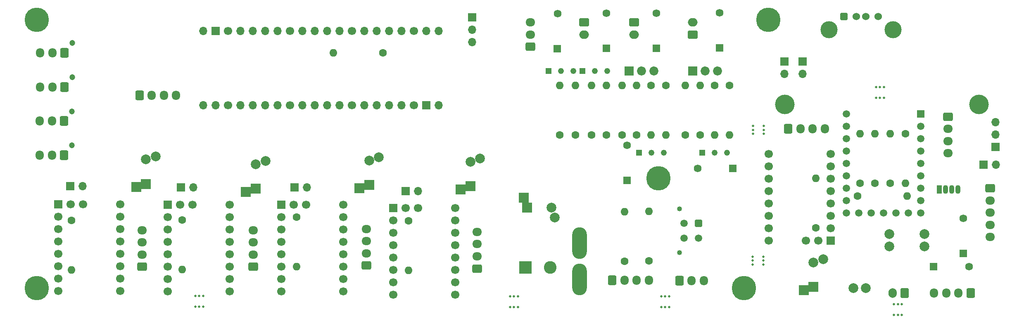
<source format=gbr>
%TF.GenerationSoftware,KiCad,Pcbnew,9.0.0*%
%TF.CreationDate,2025-05-04T19:05:18+10:00*%
%TF.ProjectId,CombinedMBTHB,436f6d62-696e-4656-944d-425448422e6b,rev?*%
%TF.SameCoordinates,Original*%
%TF.FileFunction,Soldermask,Bot*%
%TF.FilePolarity,Negative*%
%FSLAX46Y46*%
G04 Gerber Fmt 4.6, Leading zero omitted, Abs format (unit mm)*
G04 Created by KiCad (PCBNEW 9.0.0) date 2025-05-04 19:05:18*
%MOMM*%
%LPD*%
G01*
G04 APERTURE LIST*
G04 Aperture macros list*
%AMRoundRect*
0 Rectangle with rounded corners*
0 $1 Rounding radius*
0 $2 $3 $4 $5 $6 $7 $8 $9 X,Y pos of 4 corners*
0 Add a 4 corners polygon primitive as box body*
4,1,4,$2,$3,$4,$5,$6,$7,$8,$9,$2,$3,0*
0 Add four circle primitives for the rounded corners*
1,1,$1+$1,$2,$3*
1,1,$1+$1,$4,$5*
1,1,$1+$1,$6,$7*
1,1,$1+$1,$8,$9*
0 Add four rect primitives between the rounded corners*
20,1,$1+$1,$2,$3,$4,$5,0*
20,1,$1+$1,$4,$5,$6,$7,0*
20,1,$1+$1,$6,$7,$8,$9,0*
20,1,$1+$1,$8,$9,$2,$3,0*%
G04 Aperture macros list end*
%ADD10C,0.500000*%
%ADD11O,1.700000X1.950000*%
%ADD12RoundRect,0.250000X-0.600000X-0.725000X0.600000X-0.725000X0.600000X0.725000X-0.600000X0.725000X0*%
%ADD13O,1.070000X1.800000*%
%ADD14R,1.070000X1.800000*%
%ADD15O,1.950000X1.700000*%
%ADD16RoundRect,0.250000X-0.725000X0.600000X-0.725000X-0.600000X0.725000X-0.600000X0.725000X0.600000X0*%
%ADD17RoundRect,0.250000X0.600000X0.725000X-0.600000X0.725000X-0.600000X-0.725000X0.600000X-0.725000X0*%
%ADD18O,1.600000X1.600000*%
%ADD19C,1.600000*%
%ADD20C,1.508000*%
%ADD21R,1.508000X1.508000*%
%ADD22C,4.000000*%
%ADD23O,1.700000X2.000000*%
%ADD24RoundRect,0.250000X0.600000X0.750000X-0.600000X0.750000X-0.600000X-0.750000X0.600000X-0.750000X0*%
%ADD25C,2.000000*%
%ADD26O,1.700000X1.700000*%
%ADD27R,1.700000X1.700000*%
%ADD28R,2.000000X2.000000*%
%ADD29C,1.590000*%
%ADD30R,1.590000X1.590000*%
%ADD31C,1.700000*%
%ADD32RoundRect,0.250000X0.725000X-0.600000X0.725000X0.600000X-0.725000X0.600000X-0.725000X-0.600000X0*%
%ADD33C,5.000000*%
%ADD34O,3.000000X6.500000*%
%ADD35C,1.200000*%
%ADD36RoundRect,0.250000X-0.750000X0.600000X-0.750000X-0.600000X0.750000X-0.600000X0.750000X0.600000X0*%
%ADD37O,2.000000X1.700000*%
%ADD38C,1.020000*%
%ADD39RoundRect,0.250001X-0.499999X0.499999X-0.499999X-0.499999X0.499999X-0.499999X0.499999X0.499999X0*%
%ADD40C,1.500000*%
%ADD41R,1.228000X1.228000*%
%ADD42C,1.228000*%
%ADD43R,1.850000X1.850000*%
%ADD44C,1.850000*%
%ADD45RoundRect,0.250000X0.750000X-0.600000X0.750000X0.600000X-0.750000X0.600000X-0.750000X-0.600000X0*%
%ADD46R,2.600000X2.600000*%
%ADD47C,2.600000*%
%ADD48RoundRect,0.250000X-0.512000X-0.512000X0.512000X-0.512000X0.512000X0.512000X-0.512000X0.512000X0*%
%ADD49C,1.524000*%
%ADD50C,3.500000*%
G04 APERTURE END LIST*
D10*
%TO.C,mouse-bite-2.54mm-slot*%
X244900000Y-107300000D03*
X244900000Y-105100000D03*
X244100000Y-107300000D03*
X244100000Y-105100000D03*
X243300000Y-107300000D03*
X243300000Y-105100000D03*
%TD*%
%TO.C,mouse-bite-2.54mm-slot*%
X101700000Y-105600000D03*
X101700000Y-103400000D03*
X100900000Y-105600000D03*
X100900000Y-103400000D03*
X100100000Y-105600000D03*
X100100000Y-103400000D03*
%TD*%
%TO.C,mouse-bite-2.54mm-slot*%
X166200000Y-105700000D03*
X166200000Y-103500000D03*
X165400000Y-105700000D03*
X165400000Y-103500000D03*
X164600000Y-105700000D03*
X164600000Y-103500000D03*
%TD*%
%TO.C,mouse-bite-2.54mm-slot*%
X197200000Y-105700000D03*
X197200000Y-103500000D03*
X196400000Y-105700000D03*
X196400000Y-103500000D03*
X195600000Y-105700000D03*
X195600000Y-103500000D03*
%TD*%
%TO.C,mouse-bite-2.54mm-slot*%
X214300000Y-96900000D03*
X216500000Y-96900000D03*
X214300000Y-96100000D03*
X216500000Y-96100000D03*
X214300000Y-95300000D03*
X216500000Y-95300000D03*
%TD*%
%TO.C,mouse-bite-2.54mm-slot*%
X214400000Y-70100000D03*
X216600000Y-70100000D03*
X214400000Y-69300000D03*
X216600000Y-69300000D03*
X214400000Y-68500000D03*
X216600000Y-68500000D03*
%TD*%
%TO.C,mouse-bite-2.54mm-slot*%
X240400000Y-60500000D03*
X240400000Y-62700000D03*
X241200000Y-60500000D03*
X239600000Y-60500000D03*
X239600000Y-62700000D03*
X241200000Y-62700000D03*
%TD*%
D11*
%TO.C,EXM1*%
X229100000Y-69100000D03*
X226600000Y-69100000D03*
X224100000Y-69100000D03*
D12*
X221600000Y-69100000D03*
%TD*%
D13*
%TO.C,D1*%
X256370000Y-81550000D03*
X255100000Y-81550000D03*
X253830000Y-81550000D03*
D14*
X252560000Y-81550000D03*
%TD*%
D15*
%TO.C,J2*%
X254400000Y-74100000D03*
X254400000Y-71600000D03*
X254400000Y-69100000D03*
D16*
X254400000Y-66600000D03*
%TD*%
D11*
%TO.C,J9*%
X251500000Y-102800000D03*
X254000000Y-102800000D03*
X256500000Y-102800000D03*
D17*
X259000000Y-102800000D03*
%TD*%
D18*
%TO.C,R3*%
X245980000Y-82900000D03*
D19*
X235820000Y-82900000D03*
%TD*%
D18*
%TO.C,R1*%
X245600000Y-80280000D03*
D19*
X245600000Y-70120000D03*
%TD*%
D20*
%TO.C,RPZERO1*%
X233500000Y-66040000D03*
X233500000Y-68580000D03*
X233500000Y-71120000D03*
X233500000Y-73660000D03*
X233500000Y-76200000D03*
X233500000Y-78740000D03*
X233500000Y-81280000D03*
X233500000Y-83820000D03*
X233500000Y-86360000D03*
X236040000Y-86360000D03*
X238580000Y-86360000D03*
X241120000Y-86360000D03*
X243660000Y-86360000D03*
X246200000Y-86360000D03*
X248740000Y-86360000D03*
X248740000Y-83820000D03*
X248740000Y-81280000D03*
X248740000Y-78740000D03*
X248740000Y-76200000D03*
X248740000Y-73660000D03*
X248740000Y-71120000D03*
X248740000Y-68580000D03*
D21*
X248740000Y-66040000D03*
%TD*%
D22*
%TO.C,H2*%
X260700000Y-64050000D03*
%TD*%
D18*
%TO.C,R2*%
X242500000Y-70140000D03*
D19*
X242500000Y-80300000D03*
%TD*%
D23*
%TO.C,J1*%
X243000000Y-102800000D03*
D24*
X245500000Y-102800000D03*
%TD*%
D25*
%TO.C,J5*%
X234986107Y-101800000D03*
X237500707Y-101800000D03*
%TD*%
D15*
%TO.C,J8*%
X263000000Y-91300000D03*
X263000000Y-88800000D03*
X263000000Y-86300000D03*
X263000000Y-83800000D03*
D16*
X263000000Y-81300000D03*
%TD*%
D26*
%TO.C,J4*%
X264140000Y-76450000D03*
D27*
X261600000Y-76450000D03*
%TD*%
D18*
%TO.C,R6*%
X227250000Y-79220000D03*
D19*
X227250000Y-89380000D03*
%TD*%
D18*
%TO.C,R4*%
X239400000Y-70140000D03*
D19*
X239400000Y-80300000D03*
%TD*%
D25*
%TO.C,C2*%
X228800000Y-95827856D03*
X226800000Y-96500000D03*
D28*
X226800000Y-101500000D03*
X224800000Y-102172144D03*
%TD*%
D29*
%TO.C,D2*%
X258645500Y-97400000D03*
D30*
X251433500Y-97374600D03*
%TD*%
D25*
%TO.C,J6*%
X249500000Y-90700000D03*
X249500000Y-93214600D03*
%TD*%
D18*
%TO.C,R5*%
X236300000Y-70140000D03*
D19*
X236300000Y-80300000D03*
%TD*%
D25*
%TO.C,J7*%
X242300000Y-93214600D03*
X242300000Y-90700000D03*
%TD*%
D26*
%TO.C,J3*%
X264100000Y-67720000D03*
X264100000Y-70260000D03*
D27*
X264100000Y-72800000D03*
%TD*%
D22*
%TO.C,H1*%
X220950000Y-64050000D03*
%TD*%
D31*
%TO.C,M1*%
X225260707Y-92030000D03*
X227800707Y-92030000D03*
X217640707Y-92030000D03*
X217640707Y-89490000D03*
X217640707Y-86950000D03*
X217640707Y-84410000D03*
X217640707Y-81870000D03*
X217640707Y-79330000D03*
X217640707Y-76790000D03*
X217640707Y-74250000D03*
X230340707Y-74250000D03*
X230340707Y-76790000D03*
X230340707Y-79330000D03*
X230340707Y-81870000D03*
X230340707Y-84410000D03*
X230340707Y-86950000D03*
X230340707Y-89490000D03*
D27*
X230340707Y-92030000D03*
%TD*%
D29*
%TO.C,D3*%
X257525400Y-87468000D03*
D30*
X257500000Y-94680000D03*
%TD*%
D32*
%TO.C,J7*%
X168800000Y-52250000D03*
D15*
X168800000Y-49750000D03*
X168800000Y-47250000D03*
%TD*%
D32*
%TO.C,MotorConnector1*%
X157800000Y-97750000D03*
D15*
X157800000Y-95250000D03*
X157800000Y-92750000D03*
X157800000Y-90250000D03*
%TD*%
D30*
%TO.C,D5*%
X188550000Y-79680000D03*
D29*
X188575400Y-72468000D03*
%TD*%
D19*
%TO.C,R15*%
X97360000Y-87830000D03*
D18*
X97360000Y-97990000D03*
%TD*%
D27*
%TO.C,J16*%
X143195000Y-81910000D03*
D26*
X145735000Y-81910000D03*
%TD*%
D33*
%TO.C,H4*%
X217550000Y-46750000D03*
%TD*%
D30*
%TO.C,D4*%
X207550000Y-52500000D03*
D29*
X207575400Y-45288000D03*
%TD*%
D34*
%TO.C,F1*%
X178799999Y-92500000D03*
X178800000Y-100000000D03*
%TD*%
D19*
%TO.C,R17*%
X206550000Y-60170000D03*
D18*
X206550000Y-70330000D03*
%TD*%
D35*
%TO.C,J25*%
X74900000Y-58500000D03*
D17*
X73300000Y-60500000D03*
D11*
X70800000Y-60500000D03*
X68300000Y-60500000D03*
%TD*%
D19*
%TO.C,R19*%
X203550000Y-70330000D03*
D18*
X203550000Y-60170000D03*
%TD*%
D27*
%TO.C,J24*%
X97170000Y-81140000D03*
D26*
X99710000Y-81140000D03*
%TD*%
D36*
%TO.C,J6*%
X190050000Y-47250000D03*
D37*
X190050000Y-49750000D03*
%TD*%
D19*
%TO.C,R22*%
X190510000Y-70330000D03*
D18*
X190510000Y-60170000D03*
%TD*%
D19*
%TO.C,R24*%
X178000000Y-70330000D03*
D18*
X178000000Y-60170000D03*
%TD*%
D38*
%TO.C,J5*%
X199300000Y-85500000D03*
X199300000Y-94500000D03*
D39*
X203240000Y-88500000D03*
D40*
X203240000Y-91500000D03*
X200240000Y-88500000D03*
X200240000Y-91500000D03*
%TD*%
D30*
%TO.C,D3*%
X210230000Y-77250000D03*
D29*
X203018000Y-77224600D03*
%TD*%
D19*
%TO.C,R16*%
X209550000Y-60170000D03*
D18*
X209550000Y-70330000D03*
%TD*%
D30*
%TO.C,D1*%
X184300000Y-52616500D03*
D29*
X184325400Y-45404500D03*
%TD*%
D27*
%TO.C,M4*%
X94460000Y-84650000D03*
D31*
X94460000Y-87190000D03*
X94460000Y-89730000D03*
X94460000Y-92270000D03*
X94460000Y-94810000D03*
X94460000Y-97350000D03*
X94460000Y-99890000D03*
X94460000Y-102430000D03*
X107160000Y-102430000D03*
X107160000Y-99890000D03*
X107160000Y-97350000D03*
X107160000Y-94810000D03*
X107160000Y-92270000D03*
X107160000Y-89730000D03*
X107160000Y-87190000D03*
X107160000Y-84650000D03*
X97000000Y-84650000D03*
X99540000Y-84650000D03*
%TD*%
D27*
%TO.C,M1*%
X140620000Y-85300000D03*
D31*
X140620000Y-87840000D03*
X140620000Y-90380000D03*
X140620000Y-92920000D03*
X140620000Y-95460000D03*
X140620000Y-98000000D03*
X140620000Y-100540000D03*
X140620000Y-103080000D03*
X153320000Y-103080000D03*
X153320000Y-100540000D03*
X153320000Y-98000000D03*
X153320000Y-95460000D03*
X153320000Y-92920000D03*
X153320000Y-90380000D03*
X153320000Y-87840000D03*
X153320000Y-85300000D03*
X143160000Y-85300000D03*
X145700000Y-85300000D03*
%TD*%
D19*
%TO.C,R14*%
X120800000Y-87170000D03*
D18*
X120800000Y-97330000D03*
%TD*%
D19*
%TO.C,R13*%
X74660000Y-87910000D03*
D18*
X74660000Y-98070000D03*
%TD*%
D19*
%TO.C,R9*%
X138514000Y-53490000D03*
D18*
X128354000Y-53490000D03*
%TD*%
D28*
%TO.C,C3*%
X87960000Y-81062144D03*
X89960000Y-80390000D03*
D25*
X89960000Y-75390000D03*
X91960000Y-74717856D03*
%TD*%
D33*
%TO.C,H3*%
X67550000Y-101750000D03*
%TD*%
D41*
%TO.C,Q10*%
X179472500Y-57260000D03*
D42*
X182012500Y-57260000D03*
X184552500Y-57260000D03*
%TD*%
D41*
%TO.C,Q5*%
X204010000Y-74000000D03*
D42*
X206550000Y-74000000D03*
X209090000Y-74000000D03*
%TD*%
D27*
%TO.C,J15*%
X220800000Y-55250000D03*
D26*
X220800000Y-57790000D03*
%TD*%
D27*
%TO.C,M3*%
X117710000Y-84650000D03*
D31*
X117710000Y-87190000D03*
X117710000Y-89730000D03*
X117710000Y-92270000D03*
X117710000Y-94810000D03*
X117710000Y-97350000D03*
X117710000Y-99890000D03*
X117710000Y-102430000D03*
X130410000Y-102430000D03*
X130410000Y-99890000D03*
X130410000Y-97350000D03*
X130410000Y-94810000D03*
X130410000Y-92270000D03*
X130410000Y-89730000D03*
X130410000Y-87190000D03*
X130410000Y-84650000D03*
X120250000Y-84650000D03*
X122790000Y-84650000D03*
%TD*%
D41*
%TO.C,Q7*%
X191010000Y-74000000D03*
D42*
X193550000Y-74000000D03*
X196090000Y-74000000D03*
%TD*%
D19*
%TO.C,R10*%
X193050000Y-96170000D03*
D18*
X193050000Y-86010000D03*
%TD*%
D27*
%TO.C,J3*%
X156800000Y-46210000D03*
D26*
X156800000Y-48750000D03*
X156800000Y-51290000D03*
%TD*%
D12*
%TO.C,J2*%
X199300000Y-100250000D03*
D11*
X201800000Y-100250000D03*
X204300000Y-100250000D03*
%TD*%
D12*
%TO.C,J8*%
X88650000Y-62250000D03*
D11*
X91150000Y-62250000D03*
X93650000Y-62250000D03*
X96150000Y-62250000D03*
%TD*%
D19*
%TO.C,R21*%
X193510000Y-60170000D03*
D18*
X193510000Y-70330000D03*
%TD*%
D35*
%TO.C,J17*%
X74800000Y-72500000D03*
D17*
X73200000Y-74500000D03*
D11*
X70700000Y-74500000D03*
X68200000Y-74500000D03*
%TD*%
D27*
%TO.C,M2*%
X71960000Y-84610000D03*
D31*
X71960000Y-87150000D03*
X71960000Y-89690000D03*
X71960000Y-92230000D03*
X71960000Y-94770000D03*
X71960000Y-97310000D03*
X71960000Y-99850000D03*
X71960000Y-102390000D03*
X84660000Y-102390000D03*
X84660000Y-99850000D03*
X84660000Y-97310000D03*
X84660000Y-94770000D03*
X84660000Y-92230000D03*
X84660000Y-89690000D03*
X84660000Y-87150000D03*
X84660000Y-84610000D03*
X74500000Y-84610000D03*
X77040000Y-84610000D03*
%TD*%
D26*
%TO.C,U1*%
X149994000Y-49000000D03*
X147454000Y-49000000D03*
D31*
X144914000Y-49000000D03*
D26*
X142374000Y-49000000D03*
X139834000Y-49000000D03*
X137294000Y-49000000D03*
X134754000Y-49000000D03*
D31*
X132214000Y-49000000D03*
D26*
X129674000Y-49000000D03*
X127134000Y-49000000D03*
X124594000Y-49000000D03*
X122054000Y-49000000D03*
D31*
X119514000Y-49000000D03*
D26*
X116974000Y-49000000D03*
X114434000Y-49000000D03*
X111894000Y-49000000D03*
X109354000Y-49000000D03*
D31*
X106814000Y-49000000D03*
D27*
X104274000Y-49000000D03*
D26*
X101734000Y-49000000D03*
X101734000Y-64240000D03*
X104274000Y-64240000D03*
D31*
X106814000Y-64240000D03*
D26*
X109354000Y-64240000D03*
X111894000Y-64240000D03*
X114434000Y-64240000D03*
X116974000Y-64240000D03*
D31*
X119514000Y-64240000D03*
D26*
X122054000Y-64240000D03*
X124594000Y-64240000D03*
X127134000Y-64240000D03*
X129674000Y-64240000D03*
D31*
X132214000Y-64240000D03*
D26*
X134754000Y-64240000D03*
X137294000Y-64240000D03*
X139834000Y-64240000D03*
X142374000Y-64240000D03*
D31*
X144914000Y-64240000D03*
D27*
X147454000Y-64240000D03*
D26*
X149994000Y-64240000D03*
%TD*%
D19*
%TO.C,R23*%
X187550000Y-70330000D03*
D18*
X187550000Y-60170000D03*
%TD*%
D41*
%TO.C,Q9*%
X172472500Y-57260000D03*
D42*
X175012500Y-57260000D03*
X177552500Y-57260000D03*
%TD*%
D32*
%TO.C,J20*%
X89210000Y-97390000D03*
D15*
X89210000Y-94890000D03*
X89210000Y-92390000D03*
X89210000Y-89890000D03*
%TD*%
D30*
%TO.C,D6*%
X194550000Y-52616500D03*
D29*
X194575400Y-45404500D03*
%TD*%
D33*
%TO.C,H2*%
X195050000Y-79250000D03*
%TD*%
D27*
%TO.C,J14*%
X224550000Y-55250000D03*
D26*
X224550000Y-57790000D03*
%TD*%
D28*
%TO.C,C4*%
X154460000Y-81544821D03*
X156460000Y-80872677D03*
D25*
X156460000Y-75872677D03*
X158460000Y-75200533D03*
%TD*%
D19*
%TO.C,R18*%
X200550000Y-70330000D03*
D18*
X200550000Y-60170000D03*
%TD*%
D30*
%TO.C,D2*%
X174300000Y-52680000D03*
D29*
X174325400Y-45468000D03*
%TD*%
D19*
%TO.C,R20*%
X196510000Y-60170000D03*
D18*
X196510000Y-70330000D03*
%TD*%
D19*
%TO.C,R26*%
X184300000Y-70330000D03*
D18*
X184300000Y-60170000D03*
%TD*%
D27*
%TO.C,J21*%
X120420000Y-81140000D03*
D26*
X122960000Y-81140000D03*
%TD*%
D36*
%TO.C,J4*%
X179800000Y-47250000D03*
D37*
X179800000Y-49750000D03*
%TD*%
D35*
%TO.C,J19*%
X74800000Y-65500000D03*
D17*
X73200000Y-67500000D03*
D11*
X70700000Y-67500000D03*
X68200000Y-67500000D03*
%TD*%
D32*
%TO.C,J26*%
X111960000Y-97390000D03*
D15*
X111960000Y-94890000D03*
X111960000Y-92390000D03*
X111960000Y-89890000D03*
%TD*%
D43*
%TO.C,Q6*%
X202050000Y-57250000D03*
D44*
X204590000Y-57250000D03*
X207130000Y-57250000D03*
%TD*%
D28*
%TO.C,C1*%
X110460000Y-82044821D03*
X112460000Y-81372677D03*
D25*
X112460000Y-76372677D03*
X114460000Y-75700533D03*
%TD*%
D12*
%TO.C,J11*%
X185550000Y-100170000D03*
D11*
X188050000Y-100170000D03*
X190550000Y-100170000D03*
X193050000Y-100170000D03*
%TD*%
D27*
%TO.C,J18*%
X74420000Y-80890000D03*
D26*
X76960000Y-80890000D03*
%TD*%
D43*
%TO.C,Q8*%
X188970000Y-57250000D03*
D44*
X191510000Y-57250000D03*
X194050000Y-57250000D03*
%TD*%
D19*
%TO.C,R12*%
X143800000Y-88000000D03*
D18*
X143800000Y-98160000D03*
%TD*%
D32*
%TO.C,J23*%
X135120000Y-97140000D03*
D15*
X135120000Y-94640000D03*
X135120000Y-92140000D03*
X135120000Y-89640000D03*
%TD*%
D28*
%TO.C,C5*%
X167395179Y-83250000D03*
X168067323Y-85250000D03*
D25*
X173067323Y-85250000D03*
X173739467Y-87250000D03*
%TD*%
D19*
%TO.C,R27*%
X181300000Y-70330000D03*
D18*
X181300000Y-60170000D03*
%TD*%
D45*
%TO.C,J9*%
X202050000Y-49750000D03*
D37*
X202050000Y-47250000D03*
%TD*%
D35*
%TO.C,J22*%
X74900000Y-51500000D03*
D17*
X73300000Y-53500000D03*
D11*
X70800000Y-53500000D03*
X68300000Y-53500000D03*
%TD*%
D28*
%TO.C,C2*%
X133710000Y-81312144D03*
X135710000Y-80640000D03*
D25*
X135710000Y-75640000D03*
X137710000Y-74967856D03*
%TD*%
D19*
%TO.C,R11*%
X188050000Y-96250000D03*
D18*
X188050000Y-86090000D03*
%TD*%
D19*
%TO.C,R25*%
X174800000Y-70330000D03*
D18*
X174800000Y-60170000D03*
%TD*%
D46*
%TO.C,J10*%
X167755000Y-97571000D03*
D47*
X172835000Y-97571000D03*
%TD*%
D33*
%TO.C,H1*%
X67550000Y-46750000D03*
%TD*%
%TO.C,H5*%
X212550000Y-101750000D03*
%TD*%
D48*
%TO.C,J13*%
X233050000Y-46040000D03*
D49*
X235550000Y-46040000D03*
X237550000Y-46040000D03*
X240050000Y-46040000D03*
D50*
X229980000Y-48750000D03*
X243120000Y-48750000D03*
%TD*%
M02*

</source>
